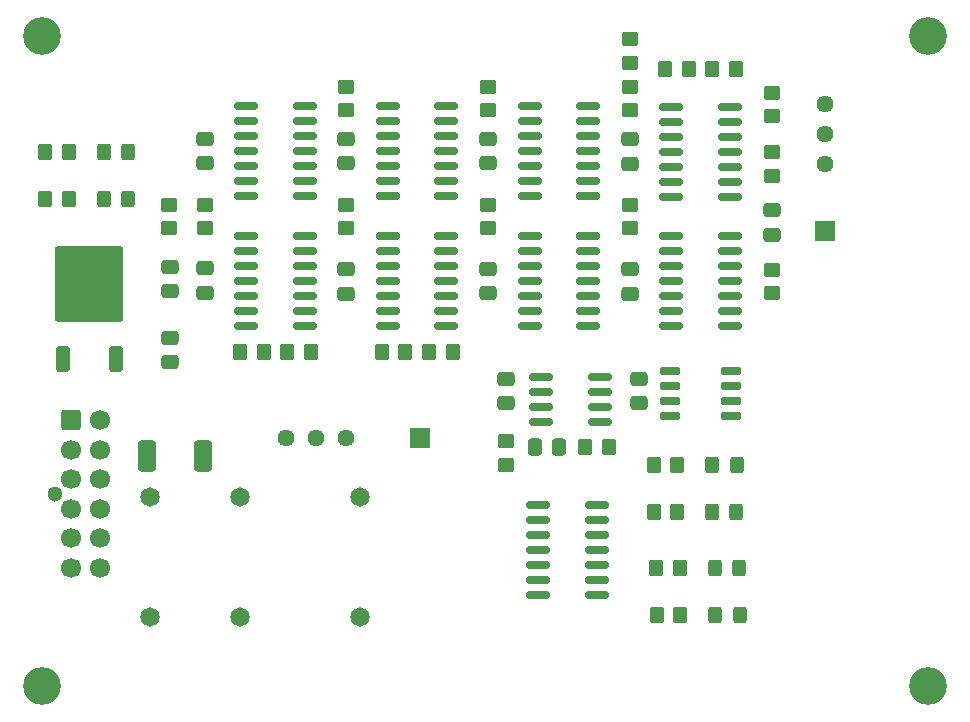
<source format=gbr>
%TF.GenerationSoftware,KiCad,Pcbnew,8.0.5*%
%TF.CreationDate,2025-02-24T01:44:01-08:00*%
%TF.ProjectId,BSPD,42535044-2e6b-4696-9361-645f70636258,rev?*%
%TF.SameCoordinates,Original*%
%TF.FileFunction,Soldermask,Top*%
%TF.FilePolarity,Negative*%
%FSLAX46Y46*%
G04 Gerber Fmt 4.6, Leading zero omitted, Abs format (unit mm)*
G04 Created by KiCad (PCBNEW 8.0.5) date 2025-02-24 01:44:01*
%MOMM*%
%LPD*%
G01*
G04 APERTURE LIST*
G04 Aperture macros list*
%AMRoundRect*
0 Rectangle with rounded corners*
0 $1 Rounding radius*
0 $2 $3 $4 $5 $6 $7 $8 $9 X,Y pos of 4 corners*
0 Add a 4 corners polygon primitive as box body*
4,1,4,$2,$3,$4,$5,$6,$7,$8,$9,$2,$3,0*
0 Add four circle primitives for the rounded corners*
1,1,$1+$1,$2,$3*
1,1,$1+$1,$4,$5*
1,1,$1+$1,$6,$7*
1,1,$1+$1,$8,$9*
0 Add four rect primitives between the rounded corners*
20,1,$1+$1,$2,$3,$4,$5,0*
20,1,$1+$1,$4,$5,$6,$7,0*
20,1,$1+$1,$6,$7,$8,$9,0*
20,1,$1+$1,$8,$9,$2,$3,0*%
G04 Aperture macros list end*
%ADD10RoundRect,0.250000X0.475000X-0.337500X0.475000X0.337500X-0.475000X0.337500X-0.475000X-0.337500X0*%
%ADD11RoundRect,0.150000X-0.825000X-0.150000X0.825000X-0.150000X0.825000X0.150000X-0.825000X0.150000X0*%
%ADD12RoundRect,0.250000X-0.450000X0.350000X-0.450000X-0.350000X0.450000X-0.350000X0.450000X0.350000X0*%
%ADD13RoundRect,0.249999X-0.512501X-1.075001X0.512501X-1.075001X0.512501X1.075001X-0.512501X1.075001X0*%
%ADD14C,1.300000*%
%ADD15RoundRect,0.250000X-0.600000X-0.600000X0.600000X-0.600000X0.600000X0.600000X-0.600000X0.600000X0*%
%ADD16C,1.700000*%
%ADD17RoundRect,0.250000X0.325000X0.450000X-0.325000X0.450000X-0.325000X-0.450000X0.325000X-0.450000X0*%
%ADD18C,1.440000*%
%ADD19RoundRect,0.250000X0.450000X-0.350000X0.450000X0.350000X-0.450000X0.350000X-0.450000X-0.350000X0*%
%ADD20RoundRect,0.250000X0.350000X-0.850000X0.350000X0.850000X-0.350000X0.850000X-0.350000X-0.850000X0*%
%ADD21RoundRect,0.249997X2.650003X-2.950003X2.650003X2.950003X-2.650003X2.950003X-2.650003X-2.950003X0*%
%ADD22RoundRect,0.250000X0.350000X0.450000X-0.350000X0.450000X-0.350000X-0.450000X0.350000X-0.450000X0*%
%ADD23R,1.700000X1.700000*%
%ADD24C,3.200000*%
%ADD25RoundRect,0.250000X-0.350000X-0.450000X0.350000X-0.450000X0.350000X0.450000X-0.350000X0.450000X0*%
%ADD26RoundRect,0.250000X-0.337500X-0.475000X0.337500X-0.475000X0.337500X0.475000X-0.337500X0.475000X0*%
%ADD27C,1.651000*%
%ADD28RoundRect,0.150000X0.825000X0.150000X-0.825000X0.150000X-0.825000X-0.150000X0.825000X-0.150000X0*%
%ADD29RoundRect,0.150000X-0.725000X-0.150000X0.725000X-0.150000X0.725000X0.150000X-0.725000X0.150000X0*%
G04 APERTURE END LIST*
D10*
%TO.C,C10*%
X89765574Y-36791455D03*
X89765574Y-34716455D03*
%TD*%
D11*
%TO.C,U5*%
X69290574Y-42906455D03*
X69290574Y-44176455D03*
X69290574Y-45446455D03*
X69290574Y-46716455D03*
X69290574Y-47986455D03*
X69290574Y-49256455D03*
X69290574Y-50526455D03*
X74240574Y-50526455D03*
X74240574Y-49256455D03*
X74240574Y-47986455D03*
X74240574Y-46716455D03*
X74240574Y-45446455D03*
X74240574Y-44176455D03*
X74240574Y-42906455D03*
%TD*%
D12*
%TO.C,R5*%
X53765574Y-40266455D03*
X53765574Y-42266455D03*
%TD*%
D11*
%TO.C,U1*%
X57290574Y-31906455D03*
X57290574Y-33176455D03*
X57290574Y-34446455D03*
X57290574Y-35716455D03*
X57290574Y-36986455D03*
X57290574Y-38256455D03*
X57290574Y-39526455D03*
X62240574Y-39526455D03*
X62240574Y-38256455D03*
X62240574Y-36986455D03*
X62240574Y-35716455D03*
X62240574Y-34446455D03*
X62240574Y-33176455D03*
X62240574Y-31906455D03*
%TD*%
D13*
%TO.C,D4*%
X48928074Y-61516455D03*
X53603074Y-61516455D03*
%TD*%
D10*
%TO.C,C12*%
X50801824Y-53597705D03*
X50801824Y-51522705D03*
%TD*%
D14*
%TO.C,J2*%
X41105574Y-64766455D03*
D15*
X42445574Y-58516455D03*
D16*
X42445574Y-61016455D03*
X42445574Y-63516455D03*
X42445574Y-66016455D03*
X42445574Y-68516455D03*
X42445574Y-71016455D03*
X44945574Y-58516455D03*
X44945574Y-61016455D03*
X44945574Y-63516455D03*
X44945574Y-66016455D03*
X44945574Y-68516455D03*
X44945574Y-71016455D03*
%TD*%
D10*
%TO.C,C3*%
X77765574Y-36753955D03*
X77765574Y-34678955D03*
%TD*%
D17*
%TO.C,D1*%
X99065574Y-75016455D03*
X97015574Y-75016455D03*
%TD*%
D10*
%TO.C,C5*%
X65765574Y-47791455D03*
X65765574Y-45716455D03*
%TD*%
D12*
%TO.C,R16*%
X101765574Y-30766455D03*
X101765574Y-32766455D03*
%TD*%
D18*
%TO.C,RV2*%
X65765574Y-60016455D03*
X63225574Y-60016455D03*
X60685574Y-60016455D03*
%TD*%
D19*
%TO.C,R13*%
X65765574Y-42266455D03*
X65765574Y-40266455D03*
%TD*%
D20*
%TO.C,U7*%
X41741824Y-53310205D03*
D21*
X44021824Y-47010205D03*
D20*
X46301824Y-53310205D03*
%TD*%
D22*
%TO.C,R1*%
X93790574Y-62266455D03*
X91790574Y-62266455D03*
%TD*%
D18*
%TO.C,RV1*%
X106265574Y-31766455D03*
X106265574Y-34306455D03*
X106265574Y-36846455D03*
%TD*%
D22*
%TO.C,R4*%
X98765574Y-28766455D03*
X96765574Y-28766455D03*
%TD*%
D10*
%TO.C,C6*%
X77765574Y-47753955D03*
X77765574Y-45678955D03*
%TD*%
D23*
%TO.C,TP2*%
X106265574Y-42516455D03*
%TD*%
D19*
%TO.C,R11*%
X77765574Y-32266455D03*
X77765574Y-30266455D03*
%TD*%
D17*
%TO.C,D6*%
X47290574Y-39766455D03*
X45240574Y-39766455D03*
%TD*%
D11*
%TO.C,U3*%
X81290574Y-31906455D03*
X81290574Y-33176455D03*
X81290574Y-34446455D03*
X81290574Y-35716455D03*
X81290574Y-36986455D03*
X81290574Y-38256455D03*
X81290574Y-39526455D03*
X86240574Y-39526455D03*
X86240574Y-38256455D03*
X86240574Y-36986455D03*
X86240574Y-35716455D03*
X86240574Y-34446455D03*
X86240574Y-33176455D03*
X86240574Y-31906455D03*
%TD*%
D12*
%TO.C,R15*%
X101765574Y-45766455D03*
X101765574Y-47766455D03*
%TD*%
D11*
%TO.C,U10*%
X82015574Y-65706455D03*
X82015574Y-66976455D03*
X82015574Y-68246455D03*
X82015574Y-69516455D03*
X82015574Y-70786455D03*
X82015574Y-72056455D03*
X82015574Y-73326455D03*
X86965574Y-73326455D03*
X86965574Y-72056455D03*
X86965574Y-70786455D03*
X86965574Y-69516455D03*
X86965574Y-68246455D03*
X86965574Y-66976455D03*
X86965574Y-65706455D03*
%TD*%
D19*
%TO.C,R12*%
X77765574Y-42266455D03*
X77765574Y-40266455D03*
%TD*%
D12*
%TO.C,R10*%
X79265574Y-60266455D03*
X79265574Y-62266455D03*
%TD*%
D24*
%TO.C,REF\u002A\u002A*%
X115000000Y-26000000D03*
%TD*%
D19*
%TO.C,R25*%
X50765574Y-42266455D03*
X50765574Y-40266455D03*
%TD*%
D10*
%TO.C,C13*%
X50801824Y-47597705D03*
X50801824Y-45522705D03*
%TD*%
D17*
%TO.C,D2*%
X99040574Y-71016455D03*
X96990574Y-71016455D03*
%TD*%
D19*
%TO.C,R28*%
X89765574Y-28266455D03*
X89765574Y-26266455D03*
%TD*%
D23*
%TO.C,TP1*%
X72015574Y-60016455D03*
%TD*%
D19*
%TO.C,R24*%
X89765574Y-42266455D03*
X89765574Y-40266455D03*
%TD*%
D10*
%TO.C,C11*%
X89765574Y-47803955D03*
X89765574Y-45728955D03*
%TD*%
D19*
%TO.C,R23*%
X89765574Y-32266455D03*
X89765574Y-30266455D03*
%TD*%
D22*
%TO.C,R18*%
X42265574Y-35766455D03*
X40265574Y-35766455D03*
%TD*%
D25*
%TO.C,R20*%
X60765574Y-52766455D03*
X62765574Y-52766455D03*
%TD*%
D17*
%TO.C,D3*%
X98790574Y-66266455D03*
X96740574Y-66266455D03*
%TD*%
D26*
%TO.C,C14*%
X81728074Y-60766455D03*
X83803074Y-60766455D03*
%TD*%
D17*
%TO.C,D7*%
X47265574Y-35766455D03*
X45215574Y-35766455D03*
%TD*%
D22*
%TO.C,R8*%
X94015574Y-71016455D03*
X92015574Y-71016455D03*
%TD*%
%TO.C,R17*%
X42265574Y-39766455D03*
X40265574Y-39766455D03*
%TD*%
D12*
%TO.C,R14*%
X65765574Y-30266455D03*
X65765574Y-32266455D03*
%TD*%
D27*
%TO.C,K2*%
X66925574Y-65016455D03*
X56765574Y-65016455D03*
X49145574Y-65016455D03*
X49145574Y-75176455D03*
X56765574Y-75176455D03*
X66925574Y-75176455D03*
%TD*%
D28*
%TO.C,U8*%
X62240574Y-50526455D03*
X62240574Y-49256455D03*
X62240574Y-47986455D03*
X62240574Y-46716455D03*
X62240574Y-45446455D03*
X62240574Y-44176455D03*
X62240574Y-42906455D03*
X57290574Y-42906455D03*
X57290574Y-44176455D03*
X57290574Y-45446455D03*
X57290574Y-46716455D03*
X57290574Y-47986455D03*
X57290574Y-49256455D03*
X57290574Y-50526455D03*
%TD*%
D10*
%TO.C,C9*%
X79265574Y-57053955D03*
X79265574Y-54978955D03*
%TD*%
D24*
%TO.C,REF\u002A\u002A*%
X115000000Y-81000000D03*
%TD*%
D12*
%TO.C,R6*%
X101765574Y-35816455D03*
X101765574Y-37816455D03*
%TD*%
D22*
%TO.C,R22*%
X70765574Y-52766455D03*
X68765574Y-52766455D03*
%TD*%
D28*
%TO.C,U6*%
X86240574Y-50526455D03*
X86240574Y-49256455D03*
X86240574Y-47986455D03*
X86240574Y-46716455D03*
X86240574Y-45446455D03*
X86240574Y-44176455D03*
X86240574Y-42906455D03*
X81290574Y-42906455D03*
X81290574Y-44176455D03*
X81290574Y-45446455D03*
X81290574Y-46716455D03*
X81290574Y-47986455D03*
X81290574Y-49256455D03*
X81290574Y-50526455D03*
%TD*%
D11*
%TO.C,U9*%
X93290574Y-42906455D03*
X93290574Y-44176455D03*
X93290574Y-45446455D03*
X93290574Y-46716455D03*
X93290574Y-47986455D03*
X93290574Y-49256455D03*
X93290574Y-50526455D03*
X98240574Y-50526455D03*
X98240574Y-49256455D03*
X98240574Y-47986455D03*
X98240574Y-46716455D03*
X98240574Y-45446455D03*
X98240574Y-44176455D03*
X98240574Y-42906455D03*
%TD*%
D10*
%TO.C,C4*%
X101765574Y-42803955D03*
X101765574Y-40728955D03*
%TD*%
D25*
%TO.C,R2*%
X86015574Y-60766455D03*
X88015574Y-60766455D03*
%TD*%
D22*
%TO.C,R7*%
X94040574Y-75016455D03*
X92040574Y-75016455D03*
%TD*%
D10*
%TO.C,C8*%
X53765574Y-47716455D03*
X53765574Y-45641455D03*
%TD*%
D24*
%TO.C,REF\u002A\u002A*%
X40000000Y-26000000D03*
%TD*%
%TO.C,REF\u002A\u002A*%
X40000000Y-81000000D03*
%TD*%
D25*
%TO.C,R3*%
X92765574Y-28766455D03*
X94765574Y-28766455D03*
%TD*%
D11*
%TO.C,U13*%
X82290574Y-54861455D03*
X82290574Y-56131455D03*
X82290574Y-57401455D03*
X82290574Y-58671455D03*
X87240574Y-58671455D03*
X87240574Y-57401455D03*
X87240574Y-56131455D03*
X87240574Y-54861455D03*
%TD*%
D29*
%TO.C,CR1*%
X93190574Y-54361455D03*
X93190574Y-55631455D03*
X93190574Y-56901455D03*
X93190574Y-58171455D03*
X98340574Y-58171455D03*
X98340574Y-56901455D03*
X98340574Y-55631455D03*
X98340574Y-54361455D03*
%TD*%
D25*
%TO.C,R19*%
X56765574Y-52766455D03*
X58765574Y-52766455D03*
%TD*%
D22*
%TO.C,R9*%
X93790574Y-66266455D03*
X91790574Y-66266455D03*
%TD*%
D10*
%TO.C,C1*%
X53765574Y-36753955D03*
X53765574Y-34678955D03*
%TD*%
D11*
%TO.C,U2*%
X69290574Y-31906455D03*
X69290574Y-33176455D03*
X69290574Y-34446455D03*
X69290574Y-35716455D03*
X69290574Y-36986455D03*
X69290574Y-38256455D03*
X69290574Y-39526455D03*
X74240574Y-39526455D03*
X74240574Y-38256455D03*
X74240574Y-36986455D03*
X74240574Y-35716455D03*
X74240574Y-34446455D03*
X74240574Y-33176455D03*
X74240574Y-31906455D03*
%TD*%
D17*
%TO.C,D5*%
X98815574Y-62266455D03*
X96765574Y-62266455D03*
%TD*%
D11*
%TO.C,U4*%
X93290574Y-31956455D03*
X93290574Y-33226455D03*
X93290574Y-34496455D03*
X93290574Y-35766455D03*
X93290574Y-37036455D03*
X93290574Y-38306455D03*
X93290574Y-39576455D03*
X98240574Y-39576455D03*
X98240574Y-38306455D03*
X98240574Y-37036455D03*
X98240574Y-35766455D03*
X98240574Y-34496455D03*
X98240574Y-33226455D03*
X98240574Y-31956455D03*
%TD*%
D10*
%TO.C,C2*%
X65765574Y-36753955D03*
X65765574Y-34678955D03*
%TD*%
%TO.C,C7*%
X90515574Y-57053955D03*
X90515574Y-54978955D03*
%TD*%
D22*
%TO.C,R21*%
X74765574Y-52766455D03*
X72765574Y-52766455D03*
%TD*%
M02*

</source>
